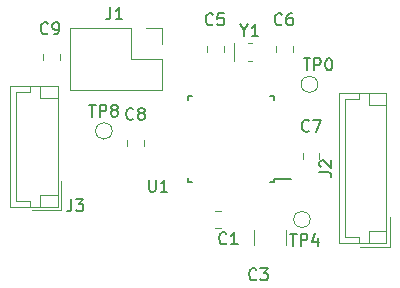
<source format=gbr>
G04 #@! TF.GenerationSoftware,KiCad,Pcbnew,(5.1.4)-1*
G04 #@! TF.CreationDate,2020-03-11T00:03:17-04:00*
G04 #@! TF.ProjectId,Psyduck,50737964-7563-46b2-9e6b-696361645f70,rev?*
G04 #@! TF.SameCoordinates,Original*
G04 #@! TF.FileFunction,Legend,Top*
G04 #@! TF.FilePolarity,Positive*
%FSLAX46Y46*%
G04 Gerber Fmt 4.6, Leading zero omitted, Abs format (unit mm)*
G04 Created by KiCad (PCBNEW (5.1.4)-1) date 2020-03-11 00:03:17*
%MOMM*%
%LPD*%
G04 APERTURE LIST*
%ADD10C,0.120000*%
%ADD11C,0.150000*%
G04 APERTURE END LIST*
D10*
X20390000Y-30850000D02*
X20390000Y-28350000D01*
X17890000Y-30850000D02*
X20390000Y-30850000D01*
X18590000Y-21330000D02*
X20090000Y-21330000D01*
X18590000Y-20330000D02*
X18590000Y-21330000D01*
X18590000Y-29550000D02*
X20090000Y-29550000D01*
X18590000Y-30550000D02*
X18590000Y-29550000D01*
X17780000Y-20830000D02*
X17780000Y-20330000D01*
X16570000Y-20830000D02*
X17780000Y-20830000D01*
X16570000Y-30050000D02*
X16570000Y-20830000D01*
X17780000Y-30050000D02*
X16570000Y-30050000D01*
X17780000Y-30550000D02*
X17780000Y-30050000D01*
X16070000Y-20330000D02*
X16070000Y-30550000D01*
X20090000Y-20330000D02*
X16070000Y-20330000D01*
X20090000Y-30550000D02*
X20090000Y-20330000D01*
X16070000Y-30550000D02*
X20090000Y-30550000D01*
X35022800Y-16699800D02*
X35022800Y-18199800D01*
X36222800Y-18249800D02*
X36522800Y-18249800D01*
X36222800Y-16649800D02*
X36522800Y-16649800D01*
X48203000Y-33945000D02*
X48203000Y-31445000D01*
X45703000Y-33945000D02*
X48203000Y-33945000D01*
X46403000Y-21925000D02*
X47903000Y-21925000D01*
X46403000Y-20925000D02*
X46403000Y-21925000D01*
X46403000Y-32645000D02*
X47903000Y-32645000D01*
X46403000Y-33645000D02*
X46403000Y-32645000D01*
X45593000Y-21425000D02*
X45593000Y-20925000D01*
X44383000Y-21425000D02*
X45593000Y-21425000D01*
X44383000Y-33145000D02*
X44383000Y-21425000D01*
X45593000Y-33145000D02*
X44383000Y-33145000D01*
X45593000Y-33645000D02*
X45593000Y-33145000D01*
X43883000Y-20925000D02*
X43883000Y-33645000D01*
X47903000Y-20925000D02*
X43883000Y-20925000D01*
X47903000Y-33645000D02*
X47903000Y-20925000D01*
X43883000Y-33645000D02*
X47903000Y-33645000D01*
D11*
X38404000Y-28224000D02*
X39829000Y-28224000D01*
X31154000Y-28449000D02*
X31479000Y-28449000D01*
X31154000Y-21199000D02*
X31479000Y-21199000D01*
X38404000Y-21199000D02*
X38079000Y-21199000D01*
X38404000Y-28449000D02*
X38079000Y-28449000D01*
X38404000Y-21199000D02*
X38404000Y-21524000D01*
X31154000Y-21199000D02*
X31154000Y-21524000D01*
X31154000Y-28449000D02*
X31154000Y-28124000D01*
X38404000Y-28449000D02*
X38404000Y-28224000D01*
D10*
X24703000Y-24130000D02*
G75*
G03X24703000Y-24130000I-700000J0D01*
G01*
X36740000Y-32544936D02*
X36740000Y-33749064D01*
X39460000Y-32544936D02*
X39460000Y-33749064D01*
X41467000Y-31623000D02*
G75*
G03X41467000Y-31623000I-700000J0D01*
G01*
X42102000Y-20193000D02*
G75*
G03X42102000Y-20193000I-700000J0D01*
G01*
X33925252Y-30913000D02*
X33402748Y-30913000D01*
X33925252Y-32333000D02*
X33402748Y-32333000D01*
X40819000Y-26027748D02*
X40819000Y-26550252D01*
X42239000Y-26027748D02*
X42239000Y-26550252D01*
X25960000Y-24893748D02*
X25960000Y-25416252D01*
X27380000Y-24893748D02*
X27380000Y-25416252D01*
X18848000Y-17645748D02*
X18848000Y-18168252D01*
X20268000Y-17645748D02*
X20268000Y-18168252D01*
X34161800Y-17448052D02*
X34161800Y-16925548D01*
X32741800Y-17448052D02*
X32741800Y-16925548D01*
X40003800Y-17448052D02*
X40003800Y-16925548D01*
X38583800Y-17448052D02*
X38583800Y-16925548D01*
X28889000Y-15434000D02*
X28889000Y-16764000D01*
X27559000Y-15434000D02*
X28889000Y-15434000D01*
X28889000Y-18034000D02*
X28889000Y-20634000D01*
X26289000Y-18034000D02*
X28889000Y-18034000D01*
X26289000Y-15434000D02*
X26289000Y-18034000D01*
X28889000Y-20634000D02*
X21149000Y-20634000D01*
X26289000Y-15434000D02*
X21149000Y-15434000D01*
X21149000Y-15434000D02*
X21149000Y-20634000D01*
D11*
X21256666Y-29932380D02*
X21256666Y-30646666D01*
X21209047Y-30789523D01*
X21113809Y-30884761D01*
X20970952Y-30932380D01*
X20875714Y-30932380D01*
X21637619Y-29932380D02*
X22256666Y-29932380D01*
X21923333Y-30313333D01*
X22066190Y-30313333D01*
X22161428Y-30360952D01*
X22209047Y-30408571D01*
X22256666Y-30503809D01*
X22256666Y-30741904D01*
X22209047Y-30837142D01*
X22161428Y-30884761D01*
X22066190Y-30932380D01*
X21780476Y-30932380D01*
X21685238Y-30884761D01*
X21637619Y-30837142D01*
X35896609Y-15625990D02*
X35896609Y-16102180D01*
X35563276Y-15102180D02*
X35896609Y-15625990D01*
X36229942Y-15102180D01*
X37087085Y-16102180D02*
X36515657Y-16102180D01*
X36801371Y-16102180D02*
X36801371Y-15102180D01*
X36706133Y-15245038D01*
X36610895Y-15340276D01*
X36515657Y-15387895D01*
X42245380Y-27618333D02*
X42959666Y-27618333D01*
X43102523Y-27665952D01*
X43197761Y-27761190D01*
X43245380Y-27904047D01*
X43245380Y-27999285D01*
X42340619Y-27189761D02*
X42293000Y-27142142D01*
X42245380Y-27046904D01*
X42245380Y-26808809D01*
X42293000Y-26713571D01*
X42340619Y-26665952D01*
X42435857Y-26618333D01*
X42531095Y-26618333D01*
X42673952Y-26665952D01*
X43245380Y-27237380D01*
X43245380Y-26618333D01*
X27813095Y-28281380D02*
X27813095Y-29090904D01*
X27860714Y-29186142D01*
X27908333Y-29233761D01*
X28003571Y-29281380D01*
X28194047Y-29281380D01*
X28289285Y-29233761D01*
X28336904Y-29186142D01*
X28384523Y-29090904D01*
X28384523Y-28281380D01*
X29384523Y-29281380D02*
X28813095Y-29281380D01*
X29098809Y-29281380D02*
X29098809Y-28281380D01*
X29003571Y-28424238D01*
X28908333Y-28519476D01*
X28813095Y-28567095D01*
X22741095Y-21931380D02*
X23312523Y-21931380D01*
X23026809Y-22931380D02*
X23026809Y-21931380D01*
X23645857Y-22931380D02*
X23645857Y-21931380D01*
X24026809Y-21931380D01*
X24122047Y-21979000D01*
X24169666Y-22026619D01*
X24217285Y-22121857D01*
X24217285Y-22264714D01*
X24169666Y-22359952D01*
X24122047Y-22407571D01*
X24026809Y-22455190D01*
X23645857Y-22455190D01*
X24788714Y-22359952D02*
X24693476Y-22312333D01*
X24645857Y-22264714D01*
X24598238Y-22169476D01*
X24598238Y-22121857D01*
X24645857Y-22026619D01*
X24693476Y-21979000D01*
X24788714Y-21931380D01*
X24979190Y-21931380D01*
X25074428Y-21979000D01*
X25122047Y-22026619D01*
X25169666Y-22121857D01*
X25169666Y-22169476D01*
X25122047Y-22264714D01*
X25074428Y-22312333D01*
X24979190Y-22359952D01*
X24788714Y-22359952D01*
X24693476Y-22407571D01*
X24645857Y-22455190D01*
X24598238Y-22550428D01*
X24598238Y-22740904D01*
X24645857Y-22836142D01*
X24693476Y-22883761D01*
X24788714Y-22931380D01*
X24979190Y-22931380D01*
X25074428Y-22883761D01*
X25122047Y-22836142D01*
X25169666Y-22740904D01*
X25169666Y-22550428D01*
X25122047Y-22455190D01*
X25074428Y-22407571D01*
X24979190Y-22359952D01*
X36917333Y-36679142D02*
X36869714Y-36726761D01*
X36726857Y-36774380D01*
X36631619Y-36774380D01*
X36488761Y-36726761D01*
X36393523Y-36631523D01*
X36345904Y-36536285D01*
X36298285Y-36345809D01*
X36298285Y-36202952D01*
X36345904Y-36012476D01*
X36393523Y-35917238D01*
X36488761Y-35822000D01*
X36631619Y-35774380D01*
X36726857Y-35774380D01*
X36869714Y-35822000D01*
X36917333Y-35869619D01*
X37250666Y-35774380D02*
X37869714Y-35774380D01*
X37536380Y-36155333D01*
X37679238Y-36155333D01*
X37774476Y-36202952D01*
X37822095Y-36250571D01*
X37869714Y-36345809D01*
X37869714Y-36583904D01*
X37822095Y-36679142D01*
X37774476Y-36726761D01*
X37679238Y-36774380D01*
X37393523Y-36774380D01*
X37298285Y-36726761D01*
X37250666Y-36679142D01*
X39759095Y-32853380D02*
X40330523Y-32853380D01*
X40044809Y-33853380D02*
X40044809Y-32853380D01*
X40663857Y-33853380D02*
X40663857Y-32853380D01*
X41044809Y-32853380D01*
X41140047Y-32901000D01*
X41187666Y-32948619D01*
X41235285Y-33043857D01*
X41235285Y-33186714D01*
X41187666Y-33281952D01*
X41140047Y-33329571D01*
X41044809Y-33377190D01*
X40663857Y-33377190D01*
X42092428Y-33186714D02*
X42092428Y-33853380D01*
X41854333Y-32805761D02*
X41616238Y-33520047D01*
X42235285Y-33520047D01*
X40902095Y-17994380D02*
X41473523Y-17994380D01*
X41187809Y-18994380D02*
X41187809Y-17994380D01*
X41806857Y-18994380D02*
X41806857Y-17994380D01*
X42187809Y-17994380D01*
X42283047Y-18042000D01*
X42330666Y-18089619D01*
X42378285Y-18184857D01*
X42378285Y-18327714D01*
X42330666Y-18422952D01*
X42283047Y-18470571D01*
X42187809Y-18518190D01*
X41806857Y-18518190D01*
X42997333Y-17994380D02*
X43092571Y-17994380D01*
X43187809Y-18042000D01*
X43235428Y-18089619D01*
X43283047Y-18184857D01*
X43330666Y-18375333D01*
X43330666Y-18613428D01*
X43283047Y-18803904D01*
X43235428Y-18899142D01*
X43187809Y-18946761D01*
X43092571Y-18994380D01*
X42997333Y-18994380D01*
X42902095Y-18946761D01*
X42854476Y-18899142D01*
X42806857Y-18803904D01*
X42759238Y-18613428D01*
X42759238Y-18375333D01*
X42806857Y-18184857D01*
X42854476Y-18089619D01*
X42902095Y-18042000D01*
X42997333Y-17994380D01*
X34377333Y-33631142D02*
X34329714Y-33678761D01*
X34186857Y-33726380D01*
X34091619Y-33726380D01*
X33948761Y-33678761D01*
X33853523Y-33583523D01*
X33805904Y-33488285D01*
X33758285Y-33297809D01*
X33758285Y-33154952D01*
X33805904Y-32964476D01*
X33853523Y-32869238D01*
X33948761Y-32774000D01*
X34091619Y-32726380D01*
X34186857Y-32726380D01*
X34329714Y-32774000D01*
X34377333Y-32821619D01*
X35329714Y-33726380D02*
X34758285Y-33726380D01*
X35044000Y-33726380D02*
X35044000Y-32726380D01*
X34948761Y-32869238D01*
X34853523Y-32964476D01*
X34758285Y-33012095D01*
X41362333Y-24106142D02*
X41314714Y-24153761D01*
X41171857Y-24201380D01*
X41076619Y-24201380D01*
X40933761Y-24153761D01*
X40838523Y-24058523D01*
X40790904Y-23963285D01*
X40743285Y-23772809D01*
X40743285Y-23629952D01*
X40790904Y-23439476D01*
X40838523Y-23344238D01*
X40933761Y-23249000D01*
X41076619Y-23201380D01*
X41171857Y-23201380D01*
X41314714Y-23249000D01*
X41362333Y-23296619D01*
X41695666Y-23201380D02*
X42362333Y-23201380D01*
X41933761Y-24201380D01*
X26503333Y-23108142D02*
X26455714Y-23155761D01*
X26312857Y-23203380D01*
X26217619Y-23203380D01*
X26074761Y-23155761D01*
X25979523Y-23060523D01*
X25931904Y-22965285D01*
X25884285Y-22774809D01*
X25884285Y-22631952D01*
X25931904Y-22441476D01*
X25979523Y-22346238D01*
X26074761Y-22251000D01*
X26217619Y-22203380D01*
X26312857Y-22203380D01*
X26455714Y-22251000D01*
X26503333Y-22298619D01*
X27074761Y-22631952D02*
X26979523Y-22584333D01*
X26931904Y-22536714D01*
X26884285Y-22441476D01*
X26884285Y-22393857D01*
X26931904Y-22298619D01*
X26979523Y-22251000D01*
X27074761Y-22203380D01*
X27265238Y-22203380D01*
X27360476Y-22251000D01*
X27408095Y-22298619D01*
X27455714Y-22393857D01*
X27455714Y-22441476D01*
X27408095Y-22536714D01*
X27360476Y-22584333D01*
X27265238Y-22631952D01*
X27074761Y-22631952D01*
X26979523Y-22679571D01*
X26931904Y-22727190D01*
X26884285Y-22822428D01*
X26884285Y-23012904D01*
X26931904Y-23108142D01*
X26979523Y-23155761D01*
X27074761Y-23203380D01*
X27265238Y-23203380D01*
X27360476Y-23155761D01*
X27408095Y-23108142D01*
X27455714Y-23012904D01*
X27455714Y-22822428D01*
X27408095Y-22727190D01*
X27360476Y-22679571D01*
X27265238Y-22631952D01*
X19264333Y-15851142D02*
X19216714Y-15898761D01*
X19073857Y-15946380D01*
X18978619Y-15946380D01*
X18835761Y-15898761D01*
X18740523Y-15803523D01*
X18692904Y-15708285D01*
X18645285Y-15517809D01*
X18645285Y-15374952D01*
X18692904Y-15184476D01*
X18740523Y-15089238D01*
X18835761Y-14994000D01*
X18978619Y-14946380D01*
X19073857Y-14946380D01*
X19216714Y-14994000D01*
X19264333Y-15041619D01*
X19740523Y-15946380D02*
X19931000Y-15946380D01*
X20026238Y-15898761D01*
X20073857Y-15851142D01*
X20169095Y-15708285D01*
X20216714Y-15517809D01*
X20216714Y-15136857D01*
X20169095Y-15041619D01*
X20121476Y-14994000D01*
X20026238Y-14946380D01*
X19835761Y-14946380D01*
X19740523Y-14994000D01*
X19692904Y-15041619D01*
X19645285Y-15136857D01*
X19645285Y-15374952D01*
X19692904Y-15470190D01*
X19740523Y-15517809D01*
X19835761Y-15565428D01*
X20026238Y-15565428D01*
X20121476Y-15517809D01*
X20169095Y-15470190D01*
X20216714Y-15374952D01*
X33234333Y-15089142D02*
X33186714Y-15136761D01*
X33043857Y-15184380D01*
X32948619Y-15184380D01*
X32805761Y-15136761D01*
X32710523Y-15041523D01*
X32662904Y-14946285D01*
X32615285Y-14755809D01*
X32615285Y-14612952D01*
X32662904Y-14422476D01*
X32710523Y-14327238D01*
X32805761Y-14232000D01*
X32948619Y-14184380D01*
X33043857Y-14184380D01*
X33186714Y-14232000D01*
X33234333Y-14279619D01*
X34139095Y-14184380D02*
X33662904Y-14184380D01*
X33615285Y-14660571D01*
X33662904Y-14612952D01*
X33758142Y-14565333D01*
X33996238Y-14565333D01*
X34091476Y-14612952D01*
X34139095Y-14660571D01*
X34186714Y-14755809D01*
X34186714Y-14993904D01*
X34139095Y-15089142D01*
X34091476Y-15136761D01*
X33996238Y-15184380D01*
X33758142Y-15184380D01*
X33662904Y-15136761D01*
X33615285Y-15089142D01*
X39076333Y-15089142D02*
X39028714Y-15136761D01*
X38885857Y-15184380D01*
X38790619Y-15184380D01*
X38647761Y-15136761D01*
X38552523Y-15041523D01*
X38504904Y-14946285D01*
X38457285Y-14755809D01*
X38457285Y-14612952D01*
X38504904Y-14422476D01*
X38552523Y-14327238D01*
X38647761Y-14232000D01*
X38790619Y-14184380D01*
X38885857Y-14184380D01*
X39028714Y-14232000D01*
X39076333Y-14279619D01*
X39933476Y-14184380D02*
X39743000Y-14184380D01*
X39647761Y-14232000D01*
X39600142Y-14279619D01*
X39504904Y-14422476D01*
X39457285Y-14612952D01*
X39457285Y-14993904D01*
X39504904Y-15089142D01*
X39552523Y-15136761D01*
X39647761Y-15184380D01*
X39838238Y-15184380D01*
X39933476Y-15136761D01*
X39981095Y-15089142D01*
X40028714Y-14993904D01*
X40028714Y-14755809D01*
X39981095Y-14660571D01*
X39933476Y-14612952D01*
X39838238Y-14565333D01*
X39647761Y-14565333D01*
X39552523Y-14612952D01*
X39504904Y-14660571D01*
X39457285Y-14755809D01*
X24558666Y-13676380D02*
X24558666Y-14390666D01*
X24511047Y-14533523D01*
X24415809Y-14628761D01*
X24272952Y-14676380D01*
X24177714Y-14676380D01*
X25558666Y-14676380D02*
X24987238Y-14676380D01*
X25272952Y-14676380D02*
X25272952Y-13676380D01*
X25177714Y-13819238D01*
X25082476Y-13914476D01*
X24987238Y-13962095D01*
M02*

</source>
